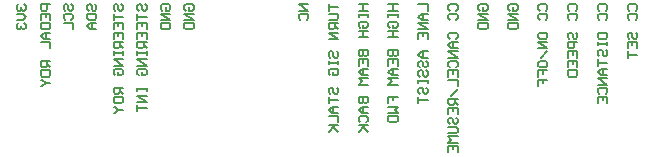
<source format=gbo>
G04*
G04 #@! TF.GenerationSoftware,Altium Limited,Altium Designer,18.0.9 (584)*
G04*
G04 Layer_Color=32896*
%FSLAX25Y25*%
%MOIN*%
G70*
G01*
G75*
%ADD17C,0.00669*%
D17*
X339299Y50730D02*
X338774Y51255D01*
Y52305D01*
X339299Y52829D01*
X341398D01*
X341923Y52305D01*
Y51255D01*
X341398Y50730D01*
X339299Y47582D02*
X338774Y48107D01*
Y49156D01*
X339299Y49681D01*
X341398D01*
X341923Y49156D01*
Y48107D01*
X341398Y47582D01*
X339299Y41284D02*
X338774Y41809D01*
Y42859D01*
X339299Y43384D01*
X339824D01*
X340349Y42859D01*
Y41809D01*
X340874Y41284D01*
X341398D01*
X341923Y41809D01*
Y42859D01*
X341398Y43384D01*
X338774Y38136D02*
Y40235D01*
X341923D01*
Y38136D01*
X340349Y40235D02*
Y39186D01*
X338774Y37086D02*
Y34987D01*
Y36037D01*
X341923D01*
X329332Y50730D02*
X328807Y51255D01*
Y52305D01*
X329332Y52829D01*
X331431D01*
X331956Y52305D01*
Y51255D01*
X331431Y50730D01*
X329332Y47582D02*
X328807Y48107D01*
Y49156D01*
X329332Y49681D01*
X331431D01*
X331956Y49156D01*
Y48107D01*
X331431Y47582D01*
X328807Y43384D02*
X331956D01*
Y41809D01*
X331431Y41284D01*
X329332D01*
X328807Y41809D01*
Y43384D01*
Y40235D02*
Y39186D01*
Y39710D01*
X331956D01*
Y40235D01*
Y39186D01*
X329332Y35512D02*
X328807Y36037D01*
Y37086D01*
X329332Y37611D01*
X329857D01*
X330381Y37086D01*
Y36037D01*
X330906Y35512D01*
X331431D01*
X331956Y36037D01*
Y37086D01*
X331431Y37611D01*
X328807Y34463D02*
Y32364D01*
Y33413D01*
X331956D01*
Y31314D02*
X329857D01*
X328807Y30264D01*
X329857Y29215D01*
X331956D01*
X330381D01*
Y31314D01*
X331956Y28165D02*
X328807D01*
X331956Y26066D01*
X328807D01*
X329332Y22918D02*
X328807Y23442D01*
Y24492D01*
X329332Y25017D01*
X331431D01*
X331956Y24492D01*
Y23442D01*
X331431Y22918D01*
X328807Y19769D02*
Y21868D01*
X331956D01*
Y19769D01*
X330381Y21868D02*
Y20819D01*
X319365Y50730D02*
X318840Y51255D01*
Y52305D01*
X319365Y52829D01*
X321464D01*
X321989Y52305D01*
Y51255D01*
X321464Y50730D01*
X319365Y47582D02*
X318840Y48107D01*
Y49156D01*
X319365Y49681D01*
X321464D01*
X321989Y49156D01*
Y48107D01*
X321464Y47582D01*
X319365Y41284D02*
X318840Y41809D01*
Y42859D01*
X319365Y43384D01*
X319889D01*
X320414Y42859D01*
Y41809D01*
X320939Y41284D01*
X321464D01*
X321989Y41809D01*
Y42859D01*
X321464Y43384D01*
X321989Y40235D02*
X318840D01*
Y38661D01*
X319365Y38136D01*
X320414D01*
X320939Y38661D01*
Y40235D01*
X318840Y34987D02*
Y37086D01*
X321989D01*
Y34987D01*
X320414Y37086D02*
Y36037D01*
X318840Y31839D02*
Y33938D01*
X321989D01*
Y31839D01*
X320414Y33938D02*
Y32888D01*
X318840Y30789D02*
X321989D01*
Y29215D01*
X321464Y28690D01*
X319365D01*
X318840Y29215D01*
Y30789D01*
X309398Y50730D02*
X308873Y51255D01*
Y52305D01*
X309398Y52829D01*
X311496D01*
X312021Y52305D01*
Y51255D01*
X311496Y50730D01*
X309398Y47582D02*
X308873Y48107D01*
Y49156D01*
X309398Y49681D01*
X311496D01*
X312021Y49156D01*
Y48107D01*
X311496Y47582D01*
X308873Y41809D02*
Y42859D01*
X309398Y43384D01*
X311496D01*
X312021Y42859D01*
Y41809D01*
X311496Y41285D01*
X309398D01*
X308873Y41809D01*
X312021Y40235D02*
X308873D01*
X312021Y38136D01*
X308873D01*
X312021Y37086D02*
X309922Y34987D01*
X308873Y32364D02*
Y33413D01*
X309398Y33938D01*
X311496D01*
X312021Y33413D01*
Y32364D01*
X311496Y31839D01*
X309398D01*
X308873Y32364D01*
Y28690D02*
Y30789D01*
X310447D01*
Y29740D01*
Y30789D01*
X312021D01*
X308873Y25542D02*
Y27641D01*
X310447D01*
Y26591D01*
Y27641D01*
X312021D01*
X299430Y50730D02*
X298905Y51255D01*
Y52305D01*
X299430Y52829D01*
X301529D01*
X302054Y52305D01*
Y51255D01*
X301529Y50730D01*
X300480D01*
Y51780D01*
X302054Y49681D02*
X298905D01*
X302054Y47582D01*
X298905D01*
Y46532D02*
X302054D01*
Y44958D01*
X301529Y44433D01*
X299430D01*
X298905Y44958D01*
Y46532D01*
X289463Y50730D02*
X288938Y51255D01*
Y52305D01*
X289463Y52829D01*
X291562D01*
X292087Y52305D01*
Y51255D01*
X291562Y50730D01*
X290512D01*
Y51780D01*
X292087Y49681D02*
X288938D01*
X292087Y47582D01*
X288938D01*
Y46532D02*
X292087D01*
Y44958D01*
X291562Y44433D01*
X289463D01*
X288938Y44958D01*
Y46532D01*
X279496Y50730D02*
X278971Y51255D01*
Y52305D01*
X279496Y52829D01*
X281595D01*
X282120Y52305D01*
Y51255D01*
X281595Y50730D01*
X279496Y47582D02*
X278971Y48107D01*
Y49156D01*
X279496Y49681D01*
X281595D01*
X282120Y49156D01*
Y48107D01*
X281595Y47582D01*
X279496Y41284D02*
X278971Y41809D01*
Y42859D01*
X279496Y43384D01*
X281595D01*
X282120Y42859D01*
Y41809D01*
X281595Y41284D01*
X282120Y40235D02*
X280021D01*
X278971Y39186D01*
X280021Y38136D01*
X282120D01*
X280545D01*
Y40235D01*
X282120Y37086D02*
X278971D01*
X282120Y34987D01*
X278971D01*
X279496Y31839D02*
X278971Y32364D01*
Y33413D01*
X279496Y33938D01*
X281595D01*
X282120Y33413D01*
Y32364D01*
X281595Y31839D01*
X278971Y28690D02*
Y30789D01*
X282120D01*
Y28690D01*
X280545Y30789D02*
Y29740D01*
X278971Y27641D02*
X282120D01*
Y25542D01*
Y24492D02*
X280021Y22393D01*
X282120Y21343D02*
X278971D01*
Y19769D01*
X279496Y19244D01*
X280545D01*
X281070Y19769D01*
Y21343D01*
Y20294D02*
X282120Y19244D01*
X278971Y16096D02*
Y18195D01*
X282120D01*
Y16096D01*
X280545Y18195D02*
Y17145D01*
X279496Y12947D02*
X278971Y13472D01*
Y14522D01*
X279496Y15046D01*
X280021D01*
X280545Y14522D01*
Y13472D01*
X281070Y12947D01*
X281595D01*
X282120Y13472D01*
Y14522D01*
X281595Y15046D01*
X278971Y11898D02*
X281595D01*
X282120Y11373D01*
Y10323D01*
X281595Y9799D01*
X278971D01*
X282120Y8749D02*
X278971D01*
X280021Y7700D01*
X278971Y6650D01*
X282120D01*
X278971Y3501D02*
Y5601D01*
X282120D01*
Y3501D01*
X280545Y5601D02*
Y4551D01*
X269004Y52829D02*
X272152D01*
Y50730D01*
Y49681D02*
X270053D01*
X269004Y48631D01*
X270053Y47582D01*
X272152D01*
X270578D01*
Y49681D01*
X272152Y46532D02*
X269004D01*
X272152Y44433D01*
X269004D01*
Y41285D02*
Y43384D01*
X272152D01*
Y41285D01*
X270578Y43384D02*
Y42334D01*
X272152Y37086D02*
X270053D01*
X269004Y36037D01*
X270053Y34987D01*
X272152D01*
X270578D01*
Y37086D01*
X269529Y31839D02*
X269004Y32364D01*
Y33413D01*
X269529Y33938D01*
X270053D01*
X270578Y33413D01*
Y32364D01*
X271103Y31839D01*
X271628D01*
X272152Y32364D01*
Y33413D01*
X271628Y33938D01*
X269529Y28690D02*
X269004Y29215D01*
Y30264D01*
X269529Y30789D01*
X270053D01*
X270578Y30264D01*
Y29215D01*
X271103Y28690D01*
X271628D01*
X272152Y29215D01*
Y30264D01*
X271628Y30789D01*
X269004Y27641D02*
Y26591D01*
Y27116D01*
X272152D01*
Y27641D01*
Y26591D01*
X269529Y22918D02*
X269004Y23442D01*
Y24492D01*
X269529Y25017D01*
X270053D01*
X270578Y24492D01*
Y23442D01*
X271103Y22918D01*
X271628D01*
X272152Y23442D01*
Y24492D01*
X271628Y25017D01*
X269004Y21868D02*
Y19769D01*
Y20819D01*
X272152D01*
X259037Y52829D02*
X262185D01*
X260611D01*
Y50730D01*
X259037D01*
X262185D01*
X259037Y49681D02*
Y48631D01*
Y49156D01*
X262185D01*
Y49681D01*
Y48631D01*
X259561Y44958D02*
X259037Y45483D01*
Y46532D01*
X259561Y47057D01*
X261660D01*
X262185Y46532D01*
Y45483D01*
X261660Y44958D01*
X260611D01*
Y46007D01*
X259037Y43908D02*
X262185D01*
X260611D01*
Y41809D01*
X259037D01*
X262185D01*
X259037Y37611D02*
X262185D01*
Y36037D01*
X261660Y35512D01*
X261136D01*
X260611Y36037D01*
Y37611D01*
Y36037D01*
X260086Y35512D01*
X259561D01*
X259037Y36037D01*
Y37611D01*
Y32364D02*
Y34463D01*
X262185D01*
Y32364D01*
X260611Y34463D02*
Y33413D01*
X262185Y31314D02*
X260086D01*
X259037Y30264D01*
X260086Y29215D01*
X262185D01*
X260611D01*
Y31314D01*
X262185Y28165D02*
X259037D01*
X260086Y27116D01*
X259037Y26066D01*
X262185D01*
X259037Y19769D02*
Y21868D01*
X260611D01*
Y20819D01*
Y21868D01*
X262185D01*
X259037Y18720D02*
X262185D01*
X261136Y17670D01*
X262185Y16621D01*
X259037D01*
Y15571D02*
X262185D01*
Y13997D01*
X261660Y13472D01*
X259561D01*
X259037Y13997D01*
Y15571D01*
X249069Y52829D02*
X252218D01*
X250644D01*
Y50730D01*
X249069D01*
X252218D01*
X249069Y49681D02*
Y48631D01*
Y49156D01*
X252218D01*
Y49681D01*
Y48631D01*
X249594Y44958D02*
X249069Y45483D01*
Y46532D01*
X249594Y47057D01*
X251693D01*
X252218Y46532D01*
Y45483D01*
X251693Y44958D01*
X250644D01*
Y46007D01*
X249069Y43908D02*
X252218D01*
X250644D01*
Y41809D01*
X249069D01*
X252218D01*
X249069Y37611D02*
X252218D01*
Y36037D01*
X251693Y35512D01*
X251168D01*
X250644Y36037D01*
Y37611D01*
Y36037D01*
X250119Y35512D01*
X249594D01*
X249069Y36037D01*
Y37611D01*
Y32364D02*
Y34463D01*
X252218D01*
Y32364D01*
X250644Y34463D02*
Y33413D01*
X252218Y31314D02*
X250119D01*
X249069Y30264D01*
X250119Y29215D01*
X252218D01*
X250644D01*
Y31314D01*
X252218Y28165D02*
X249069D01*
X250119Y27116D01*
X249069Y26066D01*
X252218D01*
X249069Y21868D02*
X252218D01*
Y20294D01*
X251693Y19769D01*
X251168D01*
X250644Y20294D01*
Y21868D01*
Y20294D01*
X250119Y19769D01*
X249594D01*
X249069Y20294D01*
Y21868D01*
X252218Y18720D02*
X250119D01*
X249069Y17670D01*
X250119Y16621D01*
X252218D01*
X250644D01*
Y18720D01*
X249594Y13472D02*
X249069Y13997D01*
Y15046D01*
X249594Y15571D01*
X251693D01*
X252218Y15046D01*
Y13997D01*
X251693Y13472D01*
X249069Y12422D02*
X252218D01*
X251168D01*
X249069Y10323D01*
X250644Y11898D01*
X252218Y10323D01*
X239102Y52829D02*
Y50730D01*
Y51780D01*
X242251D01*
X239102Y49681D02*
X241726D01*
X242251Y49156D01*
Y48107D01*
X241726Y47582D01*
X239102D01*
X242251Y46532D02*
X239102D01*
Y44958D01*
X239627Y44433D01*
X240676D01*
X241201Y44958D01*
Y46532D01*
Y45483D02*
X242251Y44433D01*
Y43384D02*
X239102D01*
X242251Y41284D01*
X239102D01*
X239627Y34987D02*
X239102Y35512D01*
Y36562D01*
X239627Y37086D01*
X240152D01*
X240676Y36562D01*
Y35512D01*
X241201Y34987D01*
X241726D01*
X242251Y35512D01*
Y36562D01*
X241726Y37086D01*
X239102Y33938D02*
Y32888D01*
Y33413D01*
X242251D01*
Y33938D01*
Y32888D01*
X239627Y29215D02*
X239102Y29740D01*
Y30789D01*
X239627Y31314D01*
X241726D01*
X242251Y30789D01*
Y29740D01*
X241726Y29215D01*
X240676D01*
Y30264D01*
X239627Y22918D02*
X239102Y23442D01*
Y24492D01*
X239627Y25017D01*
X240152D01*
X240676Y24492D01*
Y23442D01*
X241201Y22918D01*
X241726D01*
X242251Y23442D01*
Y24492D01*
X241726Y25017D01*
X239102Y21868D02*
Y19769D01*
Y20819D01*
X242251D01*
Y18720D02*
X240152D01*
X239102Y17670D01*
X240152Y16621D01*
X242251D01*
X240676D01*
Y18720D01*
X239102Y15571D02*
X242251D01*
Y13472D01*
X239102Y12422D02*
X242251D01*
X241201D01*
X239102Y10323D01*
X240676Y11898D01*
X242251Y10323D01*
X232283Y52829D02*
X229135D01*
X232283Y50730D01*
X229135D01*
X229660Y47582D02*
X229135Y48107D01*
Y49156D01*
X229660Y49681D01*
X231759D01*
X232283Y49156D01*
Y48107D01*
X231759Y47582D01*
X167933Y50730D02*
X167408Y51255D01*
Y52305D01*
X167933Y52829D01*
X168457D01*
X168982Y52305D01*
Y51255D01*
X169507Y50730D01*
X170032D01*
X170557Y51255D01*
Y52305D01*
X170032Y52829D01*
X167408Y49681D02*
Y47582D01*
Y48631D01*
X170557D01*
X167408Y44433D02*
Y46532D01*
X170557D01*
Y44433D01*
X168982Y46532D02*
Y45483D01*
X167408Y41284D02*
Y43384D01*
X170557D01*
Y41284D01*
X168982Y43384D02*
Y42334D01*
X170557Y40235D02*
X167408D01*
Y38661D01*
X167933Y38136D01*
X168982D01*
X169507Y38661D01*
Y40235D01*
Y39186D02*
X170557Y38136D01*
X167408Y37086D02*
Y36037D01*
Y36562D01*
X170557D01*
Y37086D01*
Y36037D01*
Y34463D02*
X167408D01*
X170557Y32364D01*
X167408D01*
X167933Y29215D02*
X167408Y29740D01*
Y30789D01*
X167933Y31314D01*
X170032D01*
X170557Y30789D01*
Y29740D01*
X170032Y29215D01*
X168982D01*
Y30264D01*
X170557Y25017D02*
X167408D01*
Y23442D01*
X167933Y22918D01*
X168982D01*
X169507Y23442D01*
Y25017D01*
Y23967D02*
X170557Y22918D01*
X167408Y21868D02*
X170557D01*
Y20294D01*
X170032Y19769D01*
X167933D01*
X167408Y20294D01*
Y21868D01*
Y18720D02*
X167933D01*
X168982Y17670D01*
X167933Y16621D01*
X167408D01*
X168982Y17670D02*
X170557D01*
X175807Y50730D02*
X175282Y51255D01*
Y52305D01*
X175807Y52829D01*
X176332D01*
X176856Y52305D01*
Y51255D01*
X177381Y50730D01*
X177906D01*
X178431Y51255D01*
Y52305D01*
X177906Y52829D01*
X175282Y49681D02*
Y47582D01*
Y48631D01*
X178431D01*
X175282Y44433D02*
Y46532D01*
X178431D01*
Y44433D01*
X176856Y46532D02*
Y45483D01*
X175282Y41284D02*
Y43384D01*
X178431D01*
Y41284D01*
X176856Y43384D02*
Y42334D01*
X178431Y40235D02*
X175282D01*
Y38661D01*
X175807Y38136D01*
X176856D01*
X177381Y38661D01*
Y40235D01*
Y39186D02*
X178431Y38136D01*
X175282Y37086D02*
Y36037D01*
Y36562D01*
X178431D01*
Y37086D01*
Y36037D01*
Y34463D02*
X175282D01*
X178431Y32364D01*
X175282D01*
X175807Y29215D02*
X175282Y29740D01*
Y30789D01*
X175807Y31314D01*
X177906D01*
X178431Y30789D01*
Y29740D01*
X177906Y29215D01*
X176856D01*
Y30264D01*
X175282Y25017D02*
Y23967D01*
Y24492D01*
X178431D01*
Y25017D01*
Y23967D01*
Y22393D02*
X175282D01*
X178431Y20294D01*
X175282D01*
Y19244D02*
Y17145D01*
Y18195D01*
X178431D01*
X135594Y52829D02*
X135069Y52305D01*
Y51255D01*
X135594Y50730D01*
X136119D01*
X136644Y51255D01*
Y51780D01*
Y51255D01*
X137168Y50730D01*
X137693D01*
X138218Y51255D01*
Y52305D01*
X137693Y52829D01*
X135069Y49681D02*
X137168D01*
X138218Y48631D01*
X137168Y47582D01*
X135069D01*
X135594Y46532D02*
X135069Y46007D01*
Y44958D01*
X135594Y44433D01*
X136119D01*
X136644Y44958D01*
Y45483D01*
Y44958D01*
X137168Y44433D01*
X137693D01*
X138218Y44958D01*
Y46007D01*
X137693Y46532D01*
X146292Y52829D02*
X143143D01*
Y51255D01*
X143668Y50730D01*
X144718D01*
X145242Y51255D01*
Y52829D01*
X143143Y47582D02*
Y49681D01*
X146292D01*
Y47582D01*
X144718Y49681D02*
Y48631D01*
X143143Y46532D02*
X146292D01*
Y44958D01*
X145767Y44433D01*
X143668D01*
X143143Y44958D01*
Y46532D01*
X146292Y43384D02*
X144193D01*
X143143Y42334D01*
X144193Y41285D01*
X146292D01*
X144718D01*
Y43384D01*
X143143Y40235D02*
X146292D01*
Y38136D01*
Y33938D02*
X143143D01*
Y32364D01*
X143668Y31839D01*
X144718D01*
X145242Y32364D01*
Y33938D01*
Y32888D02*
X146292Y31839D01*
X143143Y30789D02*
X146292D01*
Y29215D01*
X145767Y28690D01*
X143668D01*
X143143Y29215D01*
Y30789D01*
Y27641D02*
X143668D01*
X144718Y26591D01*
X143668Y25542D01*
X143143D01*
X144718Y26591D02*
X146292D01*
X151267Y50730D02*
X150742Y51255D01*
Y52305D01*
X151267Y52829D01*
X151792D01*
X152317Y52305D01*
Y51255D01*
X152841Y50730D01*
X153366D01*
X153891Y51255D01*
Y52305D01*
X153366Y52829D01*
X151267Y47582D02*
X150742Y48107D01*
Y49156D01*
X151267Y49681D01*
X153366D01*
X153891Y49156D01*
Y48107D01*
X153366Y47582D01*
X150742Y46532D02*
X153891D01*
Y44433D01*
X159049Y50730D02*
X158524Y51255D01*
Y52305D01*
X159049Y52829D01*
X159574D01*
X160099Y52305D01*
Y51255D01*
X160623Y50730D01*
X161148D01*
X161673Y51255D01*
Y52305D01*
X161148Y52829D01*
X158524Y49681D02*
X161673D01*
Y48107D01*
X161148Y47582D01*
X159049D01*
X158524Y48107D01*
Y49681D01*
X161673Y46532D02*
X159574D01*
X158524Y45483D01*
X159574Y44433D01*
X161673D01*
X160099D01*
Y46532D01*
X183681Y50730D02*
X183156Y51255D01*
Y52305D01*
X183681Y52829D01*
X185780D01*
X186305Y52305D01*
Y51255D01*
X185780Y50730D01*
X184730D01*
Y51780D01*
X186305Y49681D02*
X183156D01*
X186305Y47582D01*
X183156D01*
Y46532D02*
X186305D01*
Y44958D01*
X185780Y44433D01*
X183681D01*
X183156Y44958D01*
Y46532D01*
X191536Y50730D02*
X191011Y51255D01*
Y52305D01*
X191536Y52829D01*
X193635D01*
X194159Y52305D01*
Y51255D01*
X193635Y50730D01*
X192585D01*
Y51780D01*
X194159Y49681D02*
X191011D01*
X194159Y47582D01*
X191011D01*
Y46532D02*
X194159D01*
Y44958D01*
X193635Y44433D01*
X191536D01*
X191011Y44958D01*
Y46532D01*
M02*

</source>
